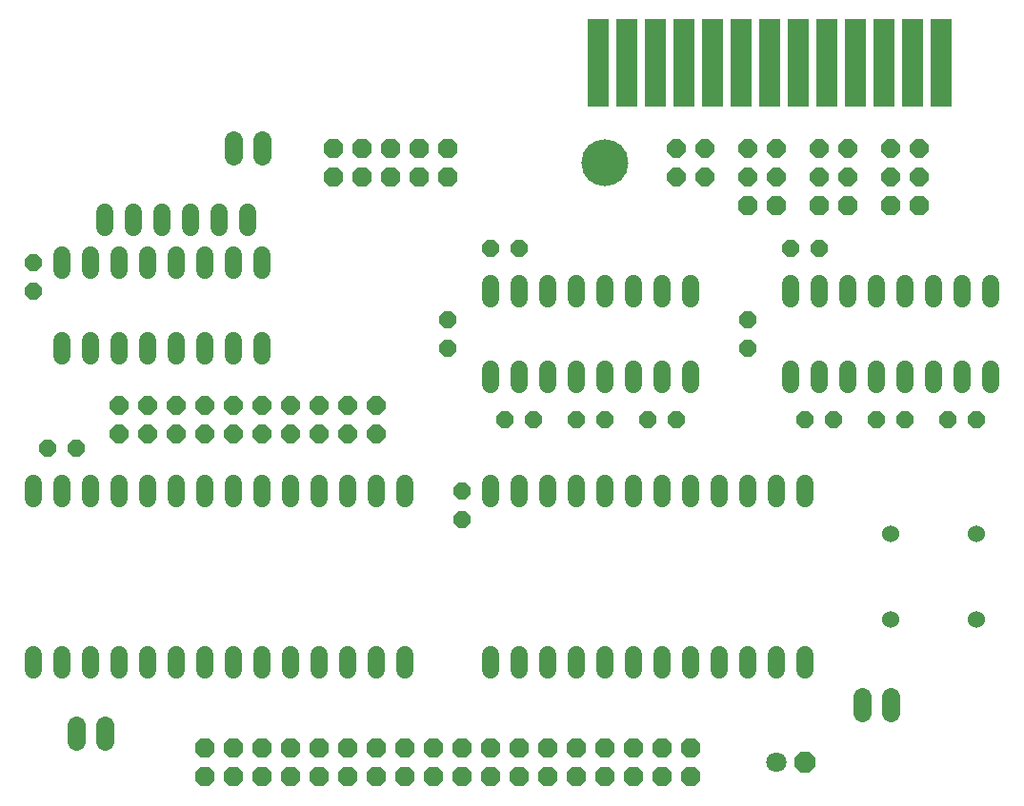
<source format=gts>
G04 EAGLE Gerber RS-274X export*
G75*
%MOMM*%
%FSLAX34Y34*%
%LPD*%
%INSoldermask Top*%
%IPPOS*%
%AMOC8*
5,1,8,0,0,1.08239X$1,22.5*%
G01*
%ADD10P,1.649562X8X292.500000*%
%ADD11P,1.649562X8X202.500000*%
%ADD12C,1.524000*%
%ADD13P,1.951982X8X22.500000*%
%ADD14C,1.803400*%
%ADD15C,1.524000*%
%ADD16P,1.759533X8X22.500000*%
%ADD17C,1.625600*%
%ADD18P,1.649562X8X22.500000*%
%ADD19P,1.649562X8X112.500000*%
%ADD20P,1.869504X8X202.500000*%
%ADD21C,4.165600*%
%ADD22R,1.983200X7.823200*%
%ADD23P,1.869504X8X22.500000*%


D10*
X50800Y495300D03*
X50800Y469900D03*
D11*
X88900Y330200D03*
X63500Y330200D03*
D10*
X431800Y292100D03*
X431800Y266700D03*
D12*
X889000Y254000D03*
X812800Y254000D03*
X812800Y177800D03*
X889000Y177800D03*
D13*
X736600Y50800D03*
D14*
X711200Y50800D03*
D15*
X50800Y133096D02*
X50800Y146304D01*
X76200Y146304D02*
X76200Y133096D01*
X101600Y133096D02*
X101600Y146304D01*
X127000Y146304D02*
X127000Y133096D01*
X152400Y133096D02*
X152400Y146304D01*
X177800Y146304D02*
X177800Y133096D01*
X203200Y133096D02*
X203200Y146304D01*
X228600Y146304D02*
X228600Y133096D01*
X254000Y133096D02*
X254000Y146304D01*
X279400Y146304D02*
X279400Y133096D01*
X304800Y133096D02*
X304800Y146304D01*
X330200Y146304D02*
X330200Y133096D01*
X355600Y133096D02*
X355600Y146304D01*
X381000Y146304D02*
X381000Y133096D01*
X381000Y285496D02*
X381000Y298704D01*
X355600Y298704D02*
X355600Y285496D01*
X330200Y285496D02*
X330200Y298704D01*
X304800Y298704D02*
X304800Y285496D01*
X279400Y285496D02*
X279400Y298704D01*
X254000Y298704D02*
X254000Y285496D01*
X228600Y285496D02*
X228600Y298704D01*
X203200Y298704D02*
X203200Y285496D01*
X177800Y285496D02*
X177800Y298704D01*
X152400Y298704D02*
X152400Y285496D01*
X127000Y285496D02*
X127000Y298704D01*
X101600Y298704D02*
X101600Y285496D01*
X76200Y285496D02*
X76200Y298704D01*
X50800Y298704D02*
X50800Y285496D01*
D16*
X127000Y342900D03*
X127000Y368300D03*
X152400Y342900D03*
X152400Y368300D03*
X177800Y342900D03*
X177800Y368300D03*
X203200Y342900D03*
X203200Y368300D03*
X228600Y342900D03*
X228600Y368300D03*
X254000Y342900D03*
X254000Y368300D03*
X279400Y342900D03*
X279400Y368300D03*
X304800Y342900D03*
X304800Y368300D03*
X330200Y342900D03*
X330200Y368300D03*
X355600Y342900D03*
X355600Y368300D03*
D15*
X76200Y412496D02*
X76200Y425704D01*
X101600Y425704D02*
X101600Y412496D01*
X228600Y412496D02*
X228600Y425704D01*
X254000Y425704D02*
X254000Y412496D01*
X127000Y412496D02*
X127000Y425704D01*
X152400Y425704D02*
X152400Y412496D01*
X203200Y412496D02*
X203200Y425704D01*
X177800Y425704D02*
X177800Y412496D01*
X254000Y488696D02*
X254000Y501904D01*
X228600Y501904D02*
X228600Y488696D01*
X203200Y488696D02*
X203200Y501904D01*
X177800Y501904D02*
X177800Y488696D01*
X152400Y488696D02*
X152400Y501904D01*
X127000Y501904D02*
X127000Y488696D01*
X101600Y488696D02*
X101600Y501904D01*
X76200Y501904D02*
X76200Y488696D01*
X114300Y526796D02*
X114300Y540004D01*
X139700Y540004D02*
X139700Y526796D01*
X165100Y526796D02*
X165100Y540004D01*
X190500Y540004D02*
X190500Y526796D01*
X215900Y526796D02*
X215900Y540004D01*
X241300Y540004D02*
X241300Y526796D01*
D17*
X787400Y108712D02*
X787400Y94488D01*
X812800Y94488D02*
X812800Y108712D01*
D15*
X457200Y133096D02*
X457200Y146304D01*
X482600Y146304D02*
X482600Y133096D01*
X508000Y133096D02*
X508000Y146304D01*
X533400Y146304D02*
X533400Y133096D01*
X558800Y133096D02*
X558800Y146304D01*
X584200Y146304D02*
X584200Y133096D01*
X609600Y133096D02*
X609600Y146304D01*
X635000Y146304D02*
X635000Y133096D01*
X660400Y133096D02*
X660400Y146304D01*
X685800Y146304D02*
X685800Y133096D01*
X711200Y133096D02*
X711200Y146304D01*
X736600Y146304D02*
X736600Y133096D01*
X736600Y285496D02*
X736600Y298704D01*
X711200Y298704D02*
X711200Y285496D01*
X685800Y285496D02*
X685800Y298704D01*
X660400Y298704D02*
X660400Y285496D01*
X635000Y285496D02*
X635000Y298704D01*
X609600Y298704D02*
X609600Y285496D01*
X584200Y285496D02*
X584200Y298704D01*
X558800Y298704D02*
X558800Y285496D01*
X533400Y285496D02*
X533400Y298704D01*
X508000Y298704D02*
X508000Y285496D01*
X482600Y285496D02*
X482600Y298704D01*
X457200Y298704D02*
X457200Y285496D01*
X723900Y387096D02*
X723900Y400304D01*
X749300Y400304D02*
X749300Y387096D01*
X876300Y387096D02*
X876300Y400304D01*
X901700Y400304D02*
X901700Y387096D01*
X774700Y387096D02*
X774700Y400304D01*
X800100Y400304D02*
X800100Y387096D01*
X850900Y387096D02*
X850900Y400304D01*
X825500Y400304D02*
X825500Y387096D01*
X901700Y463296D02*
X901700Y476504D01*
X876300Y476504D02*
X876300Y463296D01*
X850900Y463296D02*
X850900Y476504D01*
X825500Y476504D02*
X825500Y463296D01*
X800100Y463296D02*
X800100Y476504D01*
X774700Y476504D02*
X774700Y463296D01*
X749300Y463296D02*
X749300Y476504D01*
X723900Y476504D02*
X723900Y463296D01*
D18*
X736600Y355600D03*
X762000Y355600D03*
X800100Y355600D03*
X825500Y355600D03*
D19*
X685800Y419100D03*
X685800Y444500D03*
D11*
X889000Y355600D03*
X863600Y355600D03*
D18*
X723900Y508000D03*
X749300Y508000D03*
D16*
X812800Y571500D03*
X838200Y571500D03*
X812800Y596900D03*
X838200Y596900D03*
X749300Y571500D03*
X774700Y571500D03*
X749300Y596900D03*
X774700Y596900D03*
D15*
X457200Y400304D02*
X457200Y387096D01*
X482600Y387096D02*
X482600Y400304D01*
X609600Y400304D02*
X609600Y387096D01*
X635000Y387096D02*
X635000Y400304D01*
X508000Y400304D02*
X508000Y387096D01*
X533400Y387096D02*
X533400Y400304D01*
X584200Y400304D02*
X584200Y387096D01*
X558800Y387096D02*
X558800Y400304D01*
X635000Y463296D02*
X635000Y476504D01*
X609600Y476504D02*
X609600Y463296D01*
X584200Y463296D02*
X584200Y476504D01*
X558800Y476504D02*
X558800Y463296D01*
X533400Y463296D02*
X533400Y476504D01*
X508000Y476504D02*
X508000Y463296D01*
X482600Y463296D02*
X482600Y476504D01*
X457200Y476504D02*
X457200Y463296D01*
D18*
X469900Y355600D03*
X495300Y355600D03*
X533400Y355600D03*
X558800Y355600D03*
D19*
X419100Y419100D03*
X419100Y444500D03*
D11*
X622300Y355600D03*
X596900Y355600D03*
D18*
X457200Y508000D03*
X482600Y508000D03*
D16*
X685800Y571500D03*
X711200Y571500D03*
X685800Y596900D03*
X711200Y596900D03*
X622300Y571500D03*
X647700Y571500D03*
X622300Y596900D03*
X647700Y596900D03*
D20*
X419100Y596900D03*
X393700Y596900D03*
X368300Y596900D03*
X342900Y596900D03*
X317500Y596900D03*
X419100Y571500D03*
X393700Y571500D03*
X368300Y571500D03*
X342900Y571500D03*
X317500Y571500D03*
D21*
X558800Y584200D03*
D20*
X635000Y63500D03*
X609600Y63500D03*
X584200Y63500D03*
X558800Y63500D03*
X533400Y63500D03*
X508000Y63500D03*
X635000Y38100D03*
X609600Y38100D03*
X584200Y38100D03*
X558800Y38100D03*
X533400Y38100D03*
X508000Y38100D03*
X482600Y63500D03*
X482600Y38100D03*
X457200Y63500D03*
X431800Y63500D03*
X406400Y63500D03*
X381000Y63500D03*
X355600Y63500D03*
X330200Y63500D03*
X457200Y38100D03*
X431800Y38100D03*
X406400Y38100D03*
X381000Y38100D03*
X355600Y38100D03*
X330200Y38100D03*
X304800Y63500D03*
X304800Y38100D03*
X279400Y63500D03*
X254000Y63500D03*
X228600Y63500D03*
X203200Y63500D03*
X279400Y38100D03*
X254000Y38100D03*
X228600Y38100D03*
X203200Y38100D03*
D22*
X857250Y673100D03*
X831850Y673100D03*
X806450Y673100D03*
X781050Y673100D03*
X755650Y673100D03*
X730250Y673100D03*
X704850Y673100D03*
X679450Y673100D03*
X654050Y673100D03*
X628650Y673100D03*
X603250Y673100D03*
X577850Y673100D03*
X552450Y673100D03*
D17*
X114300Y83312D02*
X114300Y69088D01*
X88900Y69088D02*
X88900Y83312D01*
D23*
X774700Y546100D03*
X749300Y546100D03*
X711200Y546100D03*
X685800Y546100D03*
X838200Y546100D03*
X812800Y546100D03*
D17*
X228600Y589788D02*
X228600Y604012D01*
X254000Y604012D02*
X254000Y589788D01*
M02*

</source>
